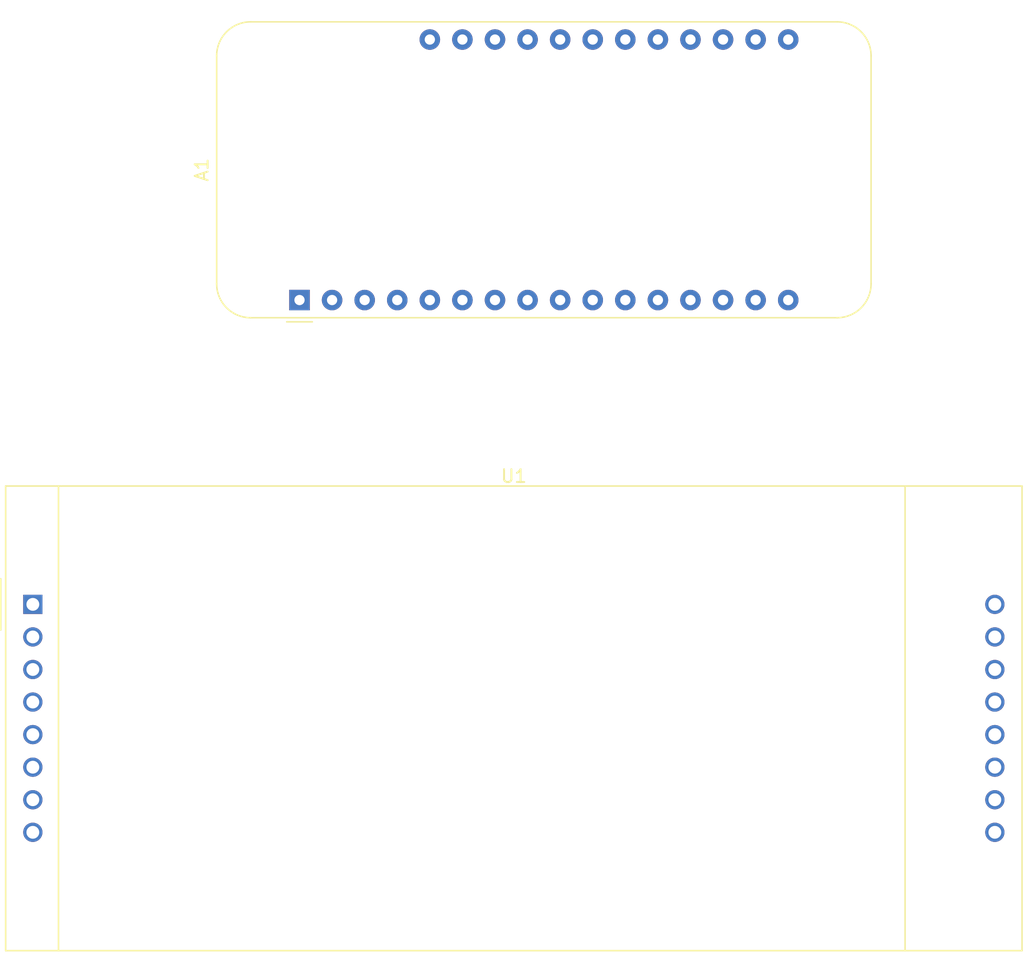
<source format=kicad_pcb>
(kicad_pcb (version 20221018) (generator pcbnew)
  (layers (0 "F.Cu" signal) (31 "B.Cu" signal) (34 "B.Paste" user) (35 "F.Paste" user) (36 "B.SilkS" user "B.Silkscreen") (37 "F.SilkS" user "F.Silkscreen") (38 "B.Mask" user) (39 "F.Mask" user) (44 "Edge.Cuts" user))
  (net 0 "")
  (net 10 "/DB7")
  (net 11 "/DB0")
  (net 12 "/DB1")
  (net 13 "/DB2")
  (net 14 "/DB3")
  (net 15 "/DB4")
  (net 16 "/DB5")
  (net 17 "/DB6")
  (net 24 "GND")
  (net 25 "Net-(A1-SCK{slash}IO5)")
  (net 26 "Net-(A1-MOSI{slash}IO18)")
  (net 27 "Net-(A1-MISO{slash}IO19)")
  (net 28 "+5V")
  (net 29 "Net-(U1-K)")
  (footprint "Display:NHD-0420H1Z" (layer "F.Cu") (at 33.82 102.37)
    (fp_text reference "U1" (at 37.5 -10) (layer "F.SilkS"))
    (fp_text value "NHD-0420H1Z")
    (fp_line (start -2.5 -2) (end -2.5 2) (stroke (width 0.12)) (layer "F.SilkS"))
    (fp_line (start -2.12 -9.23) (end 77.12 -9.23) (stroke (width 0.12)) (layer "F.SilkS"))
    (fp_line (start -2.12 27.01) (end -2.12 -9.23) (stroke (width 0.12)) (layer "F.SilkS"))
    (fp_line (start 2 27.01) (end 2 -9.23) (stroke (width 0.12)) (layer "F.SilkS"))
    (fp_line (start 68 -9.23) (end 68 27.01) (stroke (width 0.12)) (layer "F.SilkS"))
    (fp_line (start 77.12 -9.23) (end 77.12 27.01) (stroke (width 0.12)) (layer "F.SilkS"))
    (fp_line (start 77.12 27.01) (end -2.12 27.01) (stroke (width 0.12)) (layer "F.SilkS"))
    (pad "" np_thru_hole circle (at 0 24.89) (size 2 2) (drill 2) (layers "*.Cu" "*.Mask"))
    (pad "" np_thru_hole circle (at 75 -7.11) (size 2 2) (drill 2) (layers "*.Cu" "*.Mask"))
    (pad "1" thru_hole rect (at 0 0) (size 1.5 1.5) (drill 1) (layers "*.Cu" "*.Mask") (net 24 "GND"))
    (pad "2" thru_hole circle (at 0 2.54) (size 1.5 1.5) (drill 1) (layers "*.Cu" "*.Mask") (net 28 "+5V"))
    (pad "3" thru_hole circle (at 0 5.08) (size 1.5 1.5) (drill 1) (layers "*.Cu" "*.Mask") (net 28 "+5V"))
    (pad "4" thru_hole circle (at 0 7.62) (size 1.5 1.5) (drill 1) (layers "*.Cu" "*.Mask") (net 25 "Net-(A1-SCK{slash}IO5)"))
    (pad "5" thru_hole circle (at 0 10.16) (size 1.5 1.5) (drill 1) (layers "*.Cu" "*.Mask") (net 26 "Net-(A1-MOSI{slash}IO18)"))
    (pad "6" thru_hole circle (at 0 12.7) (size 1.5 1.5) (drill 1) (layers "*.Cu" "*.Mask") (net 27 "Net-(A1-MISO{slash}IO19)"))
    (pad "7" thru_hole circle (at 0 15.24) (size 1.5 1.5) (drill 1) (layers "*.Cu" "*.Mask") (net 11 "/DB0"))
    (pad "8" thru_hole circle (at 0 17.78) (size 1.5 1.5) (drill 1) (layers "*.Cu" "*.Mask") (net 12 "/DB1"))
    (pad "9" thru_hole circle (at 75 0) (size 1.5 1.5) (drill 1) (layers "*.Cu" "*.Mask") (net 13 "/DB2"))
    (pad "10" thru_hole circle (at 75 2.54) (size 1.5 1.5) (drill 1) (layers "*.Cu" "*.Mask") (net 14 "/DB3"))
    (pad "11" thru_hole circle (at 75 5.08) (size 1.5 1.5) (drill 1) (layers "*.Cu" "*.Mask") (net 15 "/DB4"))
    (pad "12" thru_hole circle (at 75 7.62) (size 1.5 1.5) (drill 1) (layers "*.Cu" "*.Mask") (net 16 "/DB5"))
    (pad "13" thru_hole circle (at 75 10.16) (size 1.5 1.5) (drill 1) (layers "*.Cu" "*.Mask") (net 17 "/DB6"))
    (pad "14" thru_hole circle (at 75 12.7) (size 1.5 1.5) (drill 1) (layers "*.Cu" "*.Mask") (net 10 "/DB7"))
    (pad "15" thru_hole circle (at 75 15.24) (size 1.5 1.5) (drill 1) (layers "*.Cu" "*.Mask") (net 28 "+5V"))
    (pad "16" thru_hole circle (at 75 17.78) (size 1.5 1.5) (drill 1) (layers "*.Cu" "*.Mask") (net 29 "Net-(U1-K)"))
  )
  (footprint "Module:Adafruit_Feather" (layer "F.Cu") (at 54.61 78.6325 90)
    (fp_text reference "A1" (at 10.16 -7.62 90) (layer "F.SilkS"))
    (fp_text value "Adafruit_Feather_HUZZAH32_ESP32")
    (fp_line (start -1.7 1) (end -1.7 -1) (stroke (width 0.12)) (layer "F.SilkS"))
    (fp_line (start -1.38 -3.81) (end -1.38 41.91) (stroke (width 0.12)) (layer "F.SilkS"))
    (fp_line (start 19.05 -6.46) (end 1.27 -6.46) (stroke (width 0.12)) (layer "F.SilkS"))
    (fp_line (start 19.05 44.56) (end 1.27 44.56) (stroke (width 0.12)) (layer "F.SilkS"))
    (fp_line (start 21.7 -3.81) (end 21.7 41.91) (stroke (width 0.12)) (layer "F.SilkS"))
    (fp_arc (start -1.38 -3.81) (mid -0.603833 -5.683833) (end 1.27 -6.46) (stroke (width 0.12)) (layer "F.SilkS"))
    (fp_arc (start 1.27 44.56) (mid -0.603833 43.783833) (end -1.38 41.91) (stroke (width 0.12)) (layer "F.SilkS"))
    (fp_arc (start 19.05 -6.46) (mid 20.923833 -5.683833) (end 21.7 -3.81) (stroke (width 0.12)) (layer "F.SilkS"))
    (fp_arc (start 21.7 41.91) (mid 20.923833 43.783833) (end 19.05 44.56) (stroke (width 0.12)) (layer "F.SilkS"))
    (pad "1" thru_hole rect (at 0 0 270) (size 1.6 1.6) (drill 0.8) (layers "*.Cu" "*.Mask"))
    (pad "2" thru_hole circle (at 0 2.54 270) (size 1.6 1.6) (drill 0.8) (layers "*.Cu" "*.Mask"))
    (pad "3" thru_hole circle (at 0 5.08 270) (size 1.6 1.6) (drill 0.8) (layers "*.Cu" "*.Mask"))
    (pad "4" thru_hole circle (at 0 7.62 270) (size 1.6 1.6) (drill 0.8) (layers "*.Cu" "*.Mask") (net 24 "GND"))
    (pad "5" thru_hole circle (at 0 10.16 270) (size 1.6 1.6) (drill 0.8) (layers "*.Cu" "*.Mask"))
    (pad "6" thru_hole circle (at 0 12.7 270) (size 1.6 1.6) (drill 0.8) (layers "*.Cu" "*.Mask"))
    (pad "7" thru_hole circle (at 0 15.24 270) (size 1.6 1.6) (drill 0.8) (layers "*.Cu" "*.Mask"))
    (pad "8" thru_hole circle (at 0 17.78 270) (size 1.6 1.6) (drill 0.8) (layers "*.Cu" "*.Mask"))
    (pad "9" thru_hole circle (at 0 20.32 270) (size 1.6 1.6) (drill 0.8) (layers "*.Cu" "*.Mask"))
    (pad "10" thru_hole circle (at 0 22.86 270) (size 1.6 1.6) (drill 0.8) (layers "*.Cu" "*.Mask"))
    (pad "11" thru_hole circle (at 0 25.4 270) (size 1.6 1.6) (drill 0.8) (layers "*.Cu" "*.Mask") (net 25 "Net-(A1-SCK{slash}IO5)"))
    (pad "12" thru_hole circle (at 0 27.94 270) (size 1.6 1.6) (drill 0.8) (layers "*.Cu" "*.Mask") (net 26 "Net-(A1-MOSI{slash}IO18)"))
    (pad "13" thru_hole circle (at 0 30.48 270) (size 1.6 1.6) (drill 0.8) (layers "*.Cu" "*.Mask") (net 27 "Net-(A1-MISO{slash}IO19)"))
    (pad "14" thru_hole circle (at 0 33.02 270) (size 1.6 1.6) (drill 0.8) (layers "*.Cu" "*.Mask"))
    (pad "15" thru_hole circle (at 0 35.56 270) (size 1.6 1.6) (drill 0.8) (layers "*.Cu" "*.Mask"))
    (pad "16" thru_hole circle (at 0 38.1 270) (size 1.6 1.6) (drill 0.8) (layers "*.Cu" "*.Mask"))
    (pad "17" thru_hole circle (at 20.32 38.1 270) (size 1.6 1.6) (drill 0.8) (layers "*.Cu" "*.Mask"))
    (pad "18" thru_hole circle (at 20.32 35.56 270) (size 1.6 1.6) (drill 0.8) (layers "*.Cu" "*.Mask") (net 13 "/DB2"))
    (pad "19" thru_hole circle (at 20.32 33.02 270) (size 1.6 1.6) (drill 0.8) (layers "*.Cu" "*.Mask") (net 14 "/DB3"))
    (pad "20" thru_hole circle (at 20.32 30.48 270) (size 1.6 1.6) (drill 0.8) (layers "*.Cu" "*.Mask") (net 15 "/DB4"))
    (pad "21" thru_hole circle (at 20.32 27.94 270) (size 1.6 1.6) (drill 0.8) (layers "*.Cu" "*.Mask") (net 16 "/DB5"))
    (pad "22" thru_hole circle (at 20.32 25.4 270) (size 1.6 1.6) (drill 0.8) (layers "*.Cu" "*.Mask") (net 17 "/DB6"))
    (pad "23" thru_hole circle (at 20.32 22.86 270) (size 1.6 1.6) (drill 0.8) (layers "*.Cu" "*.Mask") (net 10 "/DB7"))
    (pad "24" thru_hole circle (at 20.32 20.32 270) (size 1.6 1.6) (drill 0.8) (layers "*.Cu" "*.Mask") (net 12 "/DB1"))
    (pad "25" thru_hole circle (at 20.32 17.78 270) (size 1.6 1.6) (drill 0.8) (layers "*.Cu" "*.Mask") (net 11 "/DB0"))
    (pad "26" thru_hole circle (at 20.32 15.24 270) (size 1.6 1.6) (drill 0.8) (layers "*.Cu" "*.Mask") (net 28 "+5V"))
    (pad "27" thru_hole circle (at 20.32 12.7 270) (size 1.6 1.6) (drill 0.8) (layers "*.Cu" "*.Mask"))
    (pad "28" thru_hole circle (at 20.32 10.16 270) (size 1.6 1.6) (drill 0.8) (layers "*.Cu" "*.Mask"))
  )
)
</source>
